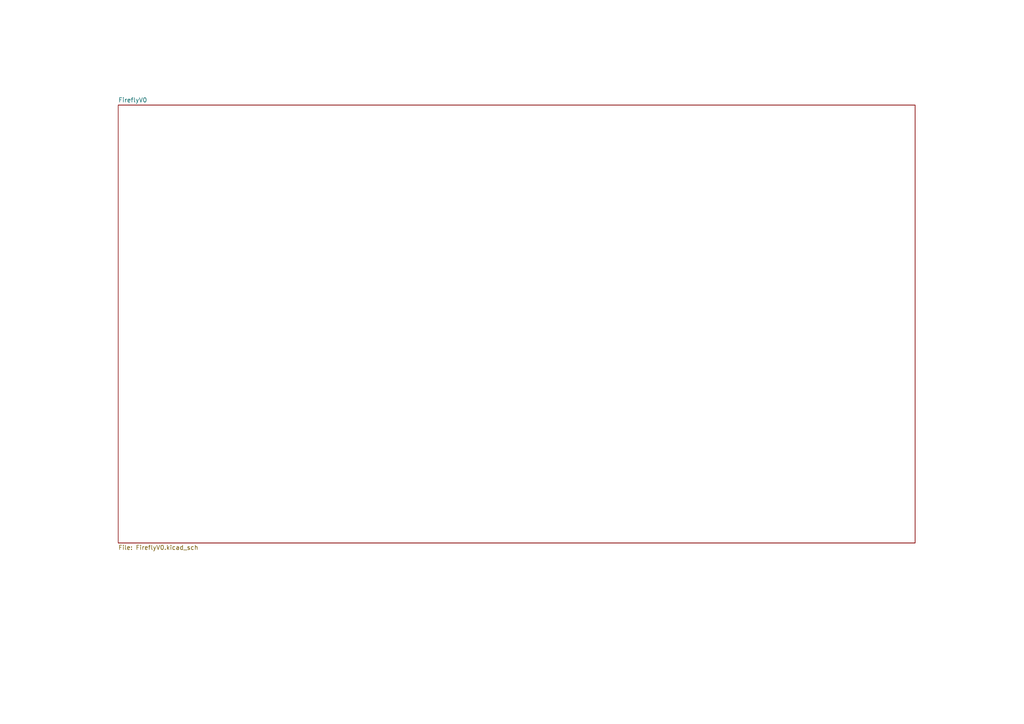
<source format=kicad_sch>
(kicad_sch (version 20211123) (generator eeschema)
  (paper "A4")
  (lib_symbols)
  (sheet (at 34.29 30.48) (size 231.14 127) (stroke (width 0.1524))
    (property "Sheet name" "FireflyV0" (at 34.29 29.7684 0) (effects (justify left bottom)))
    (property "Sheet file" "FireflyV0.kicad_sch" (at 34.29 158.0646 0) (effects (justify left top)))
  )
)
</source>
